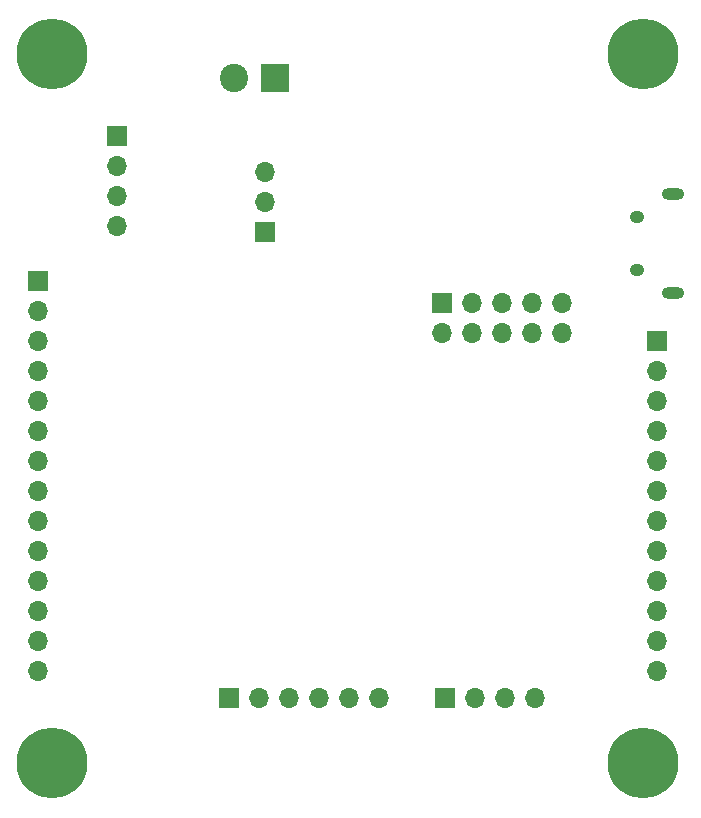
<source format=gbr>
%TF.GenerationSoftware,KiCad,Pcbnew,(5.1.9)-1*%
%TF.CreationDate,2021-01-20T19:31:44-08:00*%
%TF.ProjectId,STM32_BOB,53544d33-325f-4424-9f42-2e6b69636164,rev?*%
%TF.SameCoordinates,Original*%
%TF.FileFunction,Soldermask,Bot*%
%TF.FilePolarity,Negative*%
%FSLAX46Y46*%
G04 Gerber Fmt 4.6, Leading zero omitted, Abs format (unit mm)*
G04 Created by KiCad (PCBNEW (5.1.9)-1) date 2021-01-20 19:31:44*
%MOMM*%
%LPD*%
G01*
G04 APERTURE LIST*
%ADD10O,1.700000X1.700000*%
%ADD11R,1.700000X1.700000*%
%ADD12C,0.800000*%
%ADD13C,6.000000*%
%ADD14R,2.400000X2.400000*%
%ADD15C,2.400000*%
%ADD16O,1.250000X1.050000*%
%ADD17O,1.900000X1.000000*%
G04 APERTURE END LIST*
D10*
%TO.C,J3*%
X142160000Y-89590000D03*
X142160000Y-87050000D03*
X139620000Y-89590000D03*
X139620000Y-87050000D03*
X137080000Y-89590000D03*
X137080000Y-87050000D03*
X134540000Y-89590000D03*
X134540000Y-87050000D03*
X132000000Y-89590000D03*
D11*
X132000000Y-87050000D03*
%TD*%
D12*
%TO.C,H4*%
X150590990Y-124409010D03*
X149000000Y-123750000D03*
X147409010Y-124409010D03*
X146750000Y-126000000D03*
X147409010Y-127590990D03*
X149000000Y-128250000D03*
X150590990Y-127590990D03*
X151250000Y-126000000D03*
D13*
X149000000Y-126000000D03*
%TD*%
D12*
%TO.C,H3*%
X100590990Y-124409010D03*
X99000000Y-123750000D03*
X97409010Y-124409010D03*
X96750000Y-126000000D03*
X97409010Y-127590990D03*
X99000000Y-128250000D03*
X100590990Y-127590990D03*
X101250000Y-126000000D03*
D13*
X99000000Y-126000000D03*
%TD*%
D12*
%TO.C,H2*%
X150590990Y-64409010D03*
X149000000Y-63750000D03*
X147409010Y-64409010D03*
X146750000Y-66000000D03*
X147409010Y-67590990D03*
X149000000Y-68250000D03*
X150590990Y-67590990D03*
X151250000Y-66000000D03*
D13*
X149000000Y-66000000D03*
%TD*%
D12*
%TO.C,H1*%
X100590990Y-64409010D03*
X99000000Y-63750000D03*
X97409010Y-64409010D03*
X96750000Y-66000000D03*
X97409010Y-67590990D03*
X99000000Y-68250000D03*
X100590990Y-67590990D03*
X101250000Y-66000000D03*
D13*
X99000000Y-66000000D03*
%TD*%
D10*
%TO.C,J8*%
X97800000Y-118200000D03*
X97800000Y-115660000D03*
X97800000Y-113120000D03*
X97800000Y-110580000D03*
X97800000Y-108040000D03*
X97800000Y-105500000D03*
X97800000Y-102960000D03*
X97800000Y-100420000D03*
X97800000Y-97880000D03*
X97800000Y-95340000D03*
X97800000Y-92800000D03*
X97800000Y-90260000D03*
X97800000Y-87720000D03*
D11*
X97800000Y-85180000D03*
%TD*%
D10*
%TO.C,J7*%
X150200000Y-118200000D03*
X150200000Y-115660000D03*
X150200000Y-113120000D03*
X150200000Y-110580000D03*
X150200000Y-108040000D03*
X150200000Y-105500000D03*
X150200000Y-102960000D03*
X150200000Y-100420000D03*
X150200000Y-97880000D03*
X150200000Y-95340000D03*
X150200000Y-92800000D03*
D11*
X150200000Y-90260000D03*
%TD*%
D14*
%TO.C,J1*%
X117900000Y-68000000D03*
D15*
X114400000Y-68000000D03*
%TD*%
D16*
%TO.C,J2*%
X148550000Y-84225000D03*
X148550000Y-79775000D03*
D17*
X151550000Y-86175000D03*
X151550000Y-77825000D03*
%TD*%
D11*
%TO.C,J4*%
X114000000Y-120450000D03*
D10*
X116540000Y-120450000D03*
X119080000Y-120450000D03*
X121620000Y-120450000D03*
X124160000Y-120450000D03*
X126700000Y-120450000D03*
%TD*%
%TO.C,J5*%
X104530000Y-80500000D03*
X104530000Y-77960000D03*
X104530000Y-75420000D03*
D11*
X104530000Y-72880000D03*
%TD*%
%TO.C,J6*%
X132250000Y-120450000D03*
D10*
X134790000Y-120450000D03*
X137330000Y-120450000D03*
X139870000Y-120450000D03*
%TD*%
D11*
%TO.C,JP1*%
X117000000Y-81000000D03*
D10*
X117000000Y-78460000D03*
X117000000Y-75920000D03*
%TD*%
M02*

</source>
